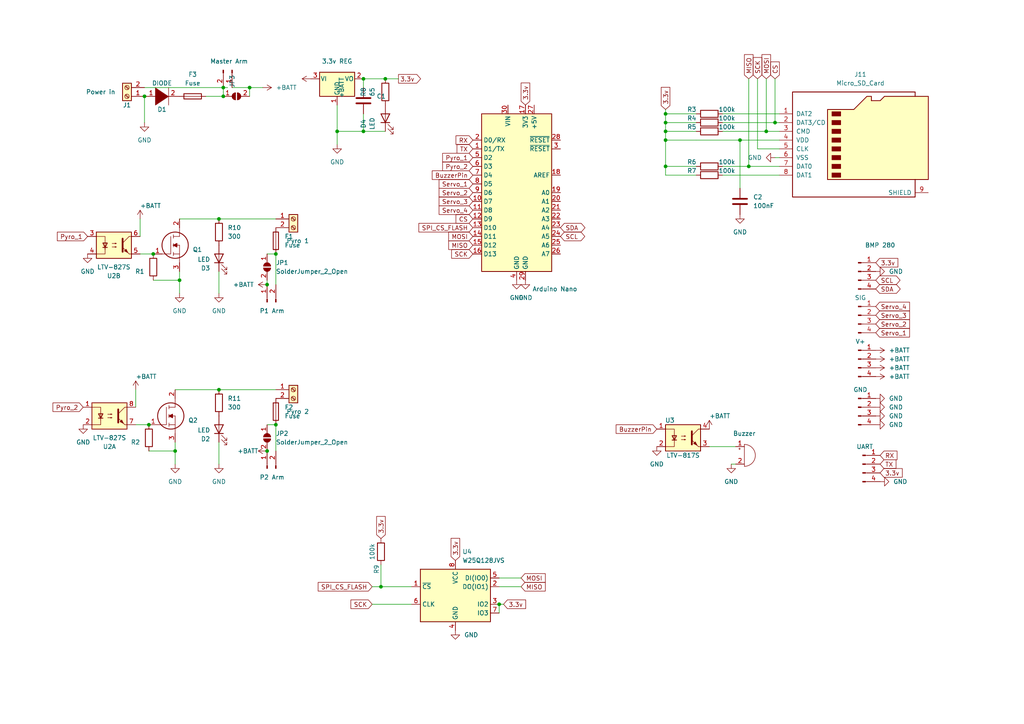
<source format=kicad_sch>
(kicad_sch (version 20211123) (generator eeschema)
  (paper "A4")
  (lib_symbols
    (symbol "Connector:Conn_01x02_Male" (pin_names (offset 1.016) hide)
      (property "Reference" "J" (at 0 2.54 0))
      (property "Value" "Conn_01x02_Male" (at 0 -5.08 0))
      (symbol "Conn_01x02_Male_1_1"
        (polyline (pts (xy 1.27 -2.54) (xy 0.8636 -2.54)) (stroke (width 0.1524)))
        (polyline (pts (xy 1.27 0) (xy 0.8636 0)) (stroke (width 0.1524)))
        (rectangle (start 0.8636 -2.413) (end 0 -2.667) (stroke (width 0.1524)) (fill (type outline)))
        (rectangle (start 0.8636 0.127) (end 0 -0.127) (stroke (width 0.1524)) (fill (type outline)))
        (pin passive line (at 5.08 0 180) (length 3.81) (name "Pin_1") (number "1"))
        (pin passive line (at 5.08 -2.54 180) (length 3.81) (name "Pin_2") (number "2"))
      )
    )
    (symbol "Connector:Conn_01x04_Male" (pin_names (offset 1.016) hide)
      (property "Reference" "J" (at 0 5.08 0))
      (property "Value" "Conn_01x04_Male" (at 0 -7.62 0))
      (symbol "Conn_01x04_Male_1_1"
        (polyline (pts (xy 1.27 -5.08) (xy 0.8636 -5.08)) (stroke (width 0.1524)))
        (polyline (pts (xy 1.27 -2.54) (xy 0.8636 -2.54)) (stroke (width 0.1524)))
        (polyline (pts (xy 1.27 0) (xy 0.8636 0)) (stroke (width 0.1524)))
        (polyline (pts (xy 1.27 2.54) (xy 0.8636 2.54)) (stroke (width 0.1524)))
        (rectangle (start 0.8636 -4.953) (end 0 -5.207) (stroke (width 0.1524)) (fill (type outline)))
        (rectangle (start 0.8636 -2.413) (end 0 -2.667) (stroke (width 0.1524)) (fill (type outline)))
        (rectangle (start 0.8636 0.127) (end 0 -0.127) (stroke (width 0.1524)) (fill (type outline)))
        (rectangle (start 0.8636 2.667) (end 0 2.413) (stroke (width 0.1524)) (fill (type outline)))
        (pin passive line (at 5.08 2.54 180) (length 3.81) (name "Pin_1") (number "1"))
        (pin passive line (at 5.08 0 180) (length 3.81) (name "Pin_2") (number "2"))
        (pin passive line (at 5.08 -2.54 180) (length 3.81) (name "Pin_3") (number "3"))
        (pin passive line (at 5.08 -5.08 180) (length 3.81) (name "Pin_4") (number "4"))
      )
    )
    (symbol "Connector:Micro_SD_Card" (pin_names (offset 1.016))
      (property "Reference" "J" (at -16.51 15.24 0))
      (property "Value" "Micro_SD_Card" (at 16.51 15.24 0))
      (symbol "Micro_SD_Card_0_1"
        (rectangle (start -7.62 -9.525) (end -5.08 -10.795) (fill (type outline)))
        (rectangle (start -7.62 -6.985) (end -5.08 -8.255) (fill (type outline)))
        (rectangle (start -7.62 -4.445) (end -5.08 -5.715) (fill (type outline)))
        (rectangle (start -7.62 -1.905) (end -5.08 -3.175) (fill (type outline)))
        (rectangle (start -7.62 0.635) (end -5.08 -0.635) (fill (type outline)))
        (rectangle (start -7.62 3.175) (end -5.08 1.905) (fill (type outline)))
        (rectangle (start -7.62 5.715) (end -5.08 4.445) (fill (type outline)))
        (rectangle (start -7.62 8.255) (end -5.08 6.985) (fill (type outline)))
        (polyline (pts (xy 16.51 12.7) (xy 16.51 13.97) (xy -19.05 13.97) (xy -19.05 -16.51) (xy 16.51 -16.51) (xy 16.51 -11.43)) (stroke (width 0.254)))
        (polyline (pts (xy -8.89 -11.43) (xy -8.89 8.89) (xy -1.27 8.89) (xy 2.54 12.7) (xy 3.81 12.7) (xy 3.81 11.43) (xy 6.35 11.43) (xy 7.62 12.7) (xy 20.32 12.7) (xy 20.32 -11.43) (xy -8.89 -11.43)) (stroke (width 0.254)) (fill (type background)))
      )
      (symbol "Micro_SD_Card_1_1"
        (pin bidirectional line (at -22.86 7.62 0) (length 3.81) (name "DAT2") (number "1"))
        (pin bidirectional line (at -22.86 5.08 0) (length 3.81) (name "DAT3/CD") (number "2"))
        (pin input line (at -22.86 2.54 0) (length 3.81) (name "CMD") (number "3"))
        (pin power_in line (at -22.86 0 0) (length 3.81) (name "VDD") (number "4"))
        (pin input line (at -22.86 -2.54 0) (length 3.81) (name "CLK") (number "5"))
        (pin power_in line (at -22.86 -5.08 0) (length 3.81) (name "VSS") (number "6"))
        (pin bidirectional line (at -22.86 -7.62 0) (length 3.81) (name "DAT0") (number "7"))
        (pin bidirectional line (at -22.86 -10.16 0) (length 3.81) (name "DAT1") (number "8"))
        (pin passive line (at 20.32 -15.24 180) (length 3.81) (name "SHIELD") (number "9"))
      )
    )
    (symbol "Connector:Screw_Terminal_01x02" (pin_names (offset 1.016) hide)
      (property "Reference" "J" (at 0 2.54 0))
      (property "Value" "Screw_Terminal_01x02" (at 0 -5.08 0))
      (symbol "Screw_Terminal_01x02_1_1"
        (rectangle (start -1.27 1.27) (end 1.27 -3.81) (stroke (width 0.254)) (fill (type background)))
        (circle (center 0 -2.54) (radius 0.635) (stroke (width 0.1524)))
        (polyline (pts (xy -0.5334 -2.2098) (xy 0.3302 -3.048)) (stroke (width 0.1524)))
        (polyline (pts (xy -0.5334 0.3302) (xy 0.3302 -0.508)) (stroke (width 0.1524)))
        (polyline (pts (xy -0.3556 -2.032) (xy 0.508 -2.8702)) (stroke (width 0.1524)))
        (polyline (pts (xy -0.3556 0.508) (xy 0.508 -0.3302)) (stroke (width 0.1524)))
        (circle (center 0 0) (radius 0.635) (stroke (width 0.1524)))
        (pin passive line (at -5.08 0 0) (length 3.81) (name "Pin_1") (number "1"))
        (pin passive line (at -5.08 -2.54 0) (length 3.81) (name "Pin_2") (number "2"))
      )
    )
    (symbol "Device:Buzzer" (pin_names (offset 0.0254) hide)
      (property "Reference" "BZ" (at 3.81 1.27 0))
      (property "Value" "Buzzer" (at 3.81 -1.27 0))
      (symbol "Buzzer_0_1"
        (arc (start 0 -3.175) (mid 3.175 0) (end 0 3.175))
        (polyline (pts (xy -1.651 1.905) (xy -1.143 1.905)))
        (polyline (pts (xy -1.397 2.159) (xy -1.397 1.651)))
        (polyline (pts (xy 0 3.175) (xy 0 -3.175)))
      )
      (symbol "Buzzer_1_1"
        (pin passive line (at -2.54 2.54 0) (length 2.54) (name "-") (number "1"))
        (pin passive line (at -2.54 -2.54 0) (length 2.54) (name "+") (number "2"))
      )
    )
    (symbol "Device:C" (pin_numbers hide) (pin_names (offset 0.254))
      (property "Reference" "C" (at 0.635 2.54 0))
      (property "Value" "C" (at 0.635 -2.54 0))
      (symbol "C_0_1"
        (polyline (pts (xy -2.032 -0.762) (xy 2.032 -0.762)) (stroke (width 0.508)))
        (polyline (pts (xy -2.032 0.762) (xy 2.032 0.762)) (stroke (width 0.508)))
      )
      (symbol "C_1_1"
        (pin passive line (at 0 3.81 270) (length 2.794) (name "~") (number "1"))
        (pin passive line (at 0 -3.81 90) (length 2.794) (name "~") (number "2"))
      )
    )
    (symbol "Device:Fuse" (pin_numbers hide) (pin_names (offset 0))
      (property "Reference" "F" (at 2.032 0 90))
      (property "Value" "Fuse" (at -1.905 0 90))
      (symbol "Fuse_0_1"
        (rectangle (start -0.762 -2.54) (end 0.762 2.54) (stroke (width 0.254)))
        (polyline (pts (xy 0 2.54) (xy 0 -2.54)))
      )
      (symbol "Fuse_1_1"
        (pin passive line (at 0 3.81 270) (length 1.27) (name "~") (number "1"))
        (pin passive line (at 0 -3.81 90) (length 1.27) (name "~") (number "2"))
      )
    )
    (symbol "Device:LED" (pin_numbers hide) (pin_names (offset 1.016) hide)
      (property "Reference" "D" (at 0 2.54 0))
      (property "Value" "LED" (at 0 -2.54 0))
      (symbol "LED_0_1"
        (polyline (pts (xy -1.27 -1.27) (xy -1.27 1.27)) (stroke (width 0.254)))
        (polyline (pts (xy -1.27 0) (xy 1.27 0)))
        (polyline (pts (xy 1.27 -1.27) (xy 1.27 1.27) (xy -1.27 0) (xy 1.27 -1.27)) (stroke (width 0.254)))
        (polyline (pts (xy -3.048 -0.762) (xy -4.572 -2.286) (xy -3.81 -2.286) (xy -4.572 -2.286) (xy -4.572 -1.524)))
        (polyline (pts (xy -1.778 -0.762) (xy -3.302 -2.286) (xy -2.54 -2.286) (xy -3.302 -2.286) (xy -3.302 -1.524)))
      )
      (symbol "LED_1_1"
        (pin passive line (at -3.81 0 0) (length 2.54) (name "K") (number "1"))
        (pin passive line (at 3.81 0 180) (length 2.54) (name "A") (number "2"))
      )
    )
    (symbol "Device:R" (pin_numbers hide) (pin_names (offset 0))
      (property "Reference" "R" (at 2.032 0 90))
      (property "Value" "R" (at 0 0 90))
      (symbol "R_0_1"
        (rectangle (start -1.016 -2.54) (end 1.016 2.54) (stroke (width 0.254)))
      )
      (symbol "R_1_1"
        (pin passive line (at 0 3.81 270) (length 1.27) (name "~") (number "1"))
        (pin passive line (at 0 -3.81 90) (length 1.27) (name "~") (number "2"))
      )
    )
    (symbol "Isolator:LTV-817S" (pin_names (offset 1.016))
      (property "Reference" "U" (at -3.81 5.08 0))
      (property "Value" "LTV-817S" (at 0 -5.08 0))
      (symbol "LTV-817S_1_1"
        (rectangle (start -5.08 3.81) (end 5.08 -3.81) (stroke (width 0.254)) (fill (type background)))
        (polyline (pts (xy -3.175 -0.635) (xy -1.905 -0.635)) (stroke (width 0.254)))
        (polyline (pts (xy 2.54 0.635) (xy 4.445 2.54)))
        (polyline (pts (xy 4.445 -2.54) (xy 2.54 -0.635)) (fill (type outline)))
        (polyline (pts (xy 4.445 -2.54) (xy 5.08 -2.54)))
        (polyline (pts (xy 4.445 2.54) (xy 5.08 2.54)))
        (polyline (pts (xy -5.08 2.54) (xy -2.54 2.54) (xy -2.54 -0.762)))
        (polyline (pts (xy -2.54 -0.635) (xy -2.54 -2.54) (xy -5.08 -2.54)))
        (polyline (pts (xy 2.54 1.905) (xy 2.54 -1.905) (xy 2.54 -1.905)) (stroke (width 0.508)))
        (polyline (pts (xy -2.54 -0.635) (xy -3.175 0.635) (xy -1.905 0.635) (xy -2.54 -0.635)) (stroke (width 0.254)))
        (polyline (pts (xy -0.508 -0.508) (xy 0.762 -0.508) (xy 0.381 -0.635) (xy 0.381 -0.381) (xy 0.762 -0.508)))
        (polyline (pts (xy -0.508 0.508) (xy 0.762 0.508) (xy 0.381 0.381) (xy 0.381 0.635) (xy 0.762 0.508)))
        (polyline (pts (xy 3.048 -1.651) (xy 3.556 -1.143) (xy 4.064 -2.159) (xy 3.048 -1.651) (xy 3.048 -1.651)) (fill (type outline)))
        (pin passive line (at -7.62 2.54 0) (length 2.54) (name "~") (number "1"))
        (pin passive line (at -7.62 -2.54 0) (length 2.54) (name "~") (number "2"))
        (pin passive line (at 7.62 -2.54 180) (length 2.54) (name "~") (number "3"))
        (pin passive line (at 7.62 2.54 180) (length 2.54) (name "~") (number "4"))
      )
    )
    (symbol "Isolator:LTV-827S" (pin_names (offset 1.016))
      (property "Reference" "U" (at -3.81 5.08 0))
      (property "Value" "LTV-827S" (at 0 -5.08 0))
      (symbol "LTV-827S_0_1"
        (rectangle (start -5.08 3.81) (end 5.08 -3.81) (stroke (width 0.254)) (fill (type background)))
        (polyline (pts (xy -3.175 -0.635) (xy -1.905 -0.635)) (stroke (width 0.254)))
        (polyline (pts (xy 2.54 0.635) (xy 4.445 2.54)))
        (polyline (pts (xy 4.445 -2.54) (xy 2.54 -0.635)) (fill (type outline)))
        (polyline (pts (xy 4.445 -2.54) (xy 5.08 -2.54)))
        (polyline (pts (xy 4.445 2.54) (xy 5.08 2.54)))
        (polyline (pts (xy -2.54 -0.635) (xy -2.54 -2.54) (xy -5.08 -2.54)))
        (polyline (pts (xy 2.54 1.905) (xy 2.54 -1.905) (xy 2.54 -1.905)) (stroke (width 0.508)))
        (polyline (pts (xy -5.08 2.54) (xy -2.54 2.54) (xy -2.54 -1.27) (xy -2.54 0.635)))
        (polyline (pts (xy -2.54 -0.635) (xy -3.175 0.635) (xy -1.905 0.635) (xy -2.54 -0.635)) (stroke (width 0.254)))
        (polyline (pts (xy -0.508 -0.508) (xy 0.762 -0.508) (xy 0.381 -0.635) (xy 0.381 -0.381) (xy 0.762 -0.508)))
        (polyline (pts (xy -0.508 0.508) (xy 0.762 0.508) (xy 0.381 0.381) (xy 0.381 0.635) (xy 0.762 0.508)))
        (polyline (pts (xy 3.048 -1.651) (xy 3.556 -1.143) (xy 4.064 -2.159) (xy 3.048 -1.651) (xy 3.048 -1.651)) (fill (type outline)))
      )
      (symbol "LTV-827S_1_1"
        (pin passive line (at -7.62 2.54 0) (length 2.54) (name "~") (number "1"))
        (pin passive line (at -7.62 -2.54 0) (length 2.54) (name "~") (number "2"))
        (pin passive line (at 7.62 -2.54 180) (length 2.54) (name "~") (number "7"))
        (pin passive line (at 7.62 2.54 180) (length 2.54) (name "~") (number "8"))
      )
      (symbol "LTV-827S_2_1"
        (pin passive line (at -7.62 2.54 0) (length 2.54) (name "~") (number "3"))
        (pin passive line (at -7.62 -2.54 0) (length 2.54) (name "~") (number "4"))
        (pin passive line (at 7.62 -2.54 180) (length 2.54) (name "~") (number "5"))
        (pin passive line (at 7.62 2.54 180) (length 2.54) (name "~") (number "6"))
      )
    )
    (symbol "Jumper:SolderJumper_2_Open" (pin_names (offset 0) hide)
      (property "Reference" "JP" (at 0 2.032 0))
      (property "Value" "SolderJumper_2_Open" (at 0 -2.54 0))
      (symbol "SolderJumper_2_Open_0_1"
        (arc (start -0.254 1.016) (mid -1.27 0) (end -0.254 -1.016))
        (arc (start -0.254 1.016) (mid -1.27 0) (end -0.254 -1.016) (fill (type outline)))
        (polyline (pts (xy -0.254 1.016) (xy -0.254 -1.016)))
        (polyline (pts (xy 0.254 1.016) (xy 0.254 -1.016)))
        (arc (start 0.254 -1.016) (mid 1.27 0) (end 0.254 1.016))
        (arc (start 0.254 -1.016) (mid 1.27 0) (end 0.254 1.016) (fill (type outline)))
      )
      (symbol "SolderJumper_2_Open_1_1"
        (pin passive line (at -3.81 0 0) (length 2.54) (name "A") (number "1"))
        (pin passive line (at 3.81 0 180) (length 2.54) (name "B") (number "2"))
      )
    )
    (symbol "MCU_Module:Arduino_Nano_v3.x"
      (property "Reference" "A" (at -10.16 23.495 0))
      (property "Value" "Arduino_Nano_v3.x" (at 5.08 -24.13 0))
      (symbol "Arduino_Nano_v3.x_0_1"
        (rectangle (start -10.16 22.86) (end 10.16 -22.86) (stroke (width 0.254)) (fill (type background)))
      )
      (symbol "Arduino_Nano_v3.x_1_1"
        (pin bidirectional line (at -12.7 12.7 0) (length 2.54) (name "D1/TX") (number "1"))
        (pin bidirectional line (at -12.7 -2.54 0) (length 2.54) (name "D7") (number "10"))
        (pin bidirectional line (at -12.7 -5.08 0) (length 2.54) (name "D8") (number "11"))
        (pin bidirectional line (at -12.7 -7.62 0) (length 2.54) (name "D9") (number "12"))
        (pin bidirectional line (at -12.7 -10.16 0) (length 2.54) (name "D10") (number "13"))
        (pin bidirectional line (at -12.7 -12.7 0) (length 2.54) (name "D11") (number "14"))
        (pin bidirectional line (at -12.7 -15.24 0) (length 2.54) (name "D12") (number "15"))
        (pin bidirectional line (at -12.7 -17.78 0) (length 2.54) (name "D13") (number "16"))
        (pin power_out line (at 2.54 25.4 270) (length 2.54) (name "3V3") (number "17"))
        (pin input line (at 12.7 5.08 180) (length 2.54) (name "AREF") (number "18"))
        (pin bidirectional line (at 12.7 0 180) (length 2.54) (name "A0") (number "19"))
        (pin bidirectional line (at -12.7 15.24 0) (length 2.54) (name "D0/RX") (number "2"))
        (pin bidirectional line (at 12.7 -2.54 180) (length 2.54) (name "A1") (number "20"))
        (pin bidirectional line (at 12.7 -5.08 180) (length 2.54) (name "A2") (number "21"))
        (pin bidirectional line (at 12.7 -7.62 180) (length 2.54) (name "A3") (number "22"))
        (pin bidirectional line (at 12.7 -10.16 180) (length 2.54) (name "A4") (number "23"))
        (pin bidirectional line (at 12.7 -12.7 180) (length 2.54) (name "A5") (number "24"))
        (pin bidirectional line (at 12.7 -15.24 180) (length 2.54) (name "A6") (number "25"))
        (pin bidirectional line (at 12.7 -17.78 180) (length 2.54) (name "A7") (number "26"))
        (pin power_out line (at 5.08 25.4 270) (length 2.54) (name "+5V") (number "27"))
        (pin input line (at 12.7 15.24 180) (length 2.54) (name "~{RESET}") (number "28"))
        (pin power_in line (at 2.54 -25.4 90) (length 2.54) (name "GND") (number "29"))
        (pin input line (at 12.7 12.7 180) (length 2.54) (name "~{RESET}") (number "3"))
        (pin power_in line (at -2.54 25.4 270) (length 2.54) (name "VIN") (number "30"))
        (pin power_in line (at 0 -25.4 90) (length 2.54) (name "GND") (number "4"))
        (pin bidirectional line (at -12.7 10.16 0) (length 2.54) (name "D2") (number "5"))
        (pin bidirectional line (at -12.7 7.62 0) (length 2.54) (name "D3") (number "6"))
        (pin bidirectional line (at -12.7 5.08 0) (length 2.54) (name "D4") (number "7"))
        (pin bidirectional line (at -12.7 2.54 0) (length 2.54) (name "D5") (number "8"))
        (pin bidirectional line (at -12.7 0 0) (length 2.54) (name "D6") (number "9"))
      )
    )
    (symbol "Memory_Flash:W25Q128JVS"
      (property "Reference" "U" (at -8.89 8.89 0))
      (property "Value" "W25Q128JVS" (at 7.62 8.89 0))
      (symbol "W25Q128JVS_0_1"
        (rectangle (start -10.16 7.62) (end 10.16 -7.62) (stroke (width 0.254)) (fill (type background)))
      )
      (symbol "W25Q128JVS_1_1"
        (pin input line (at -12.7 2.54 0) (length 2.54) (name "~{CS}") (number "1"))
        (pin bidirectional line (at 12.7 2.54 180) (length 2.54) (name "DO(IO1)") (number "2"))
        (pin bidirectional line (at 12.7 -2.54 180) (length 2.54) (name "IO2") (number "3"))
        (pin power_in line (at 0 -10.16 90) (length 2.54) (name "GND") (number "4"))
        (pin bidirectional line (at 12.7 5.08 180) (length 2.54) (name "DI(IO0)") (number "5"))
        (pin input line (at -12.7 -2.54 0) (length 2.54) (name "CLK") (number "6"))
        (pin bidirectional line (at 12.7 -5.08 180) (length 2.54) (name "IO3") (number "7"))
        (pin power_in line (at 0 10.16 270) (length 2.54) (name "VCC") (number "8"))
      )
    )
    (symbol "New_Library:IRLR2905TRPBF" (pin_names (offset 0.762))
      (property "Reference" "Q" (at 11.43 3.81 0))
      (property "Value" "IRLR2905TRPBF" (at 11.43 1.27 0))
      (symbol "IRLR2905TRPBF_0_0"
        (pin passive line (at 0 0 0) (length 2.54) (name "~") (number "1"))
        (pin passive line (at 7.62 10.16 270) (length 2.54) (name "~") (number "2"))
        (pin passive line (at 7.62 -5.08 90) (length 2.54) (name "~") (number "3"))
      )
      (symbol "IRLR2905TRPBF_0_1"
        (polyline (pts (xy 5.842 -0.508) (xy 5.842 0.508)) (stroke (width 0.1524)))
        (polyline (pts (xy 5.842 0) (xy 7.62 0)) (stroke (width 0.1524)))
        (polyline (pts (xy 5.842 2.032) (xy 5.842 3.048)) (stroke (width 0.1524)))
        (polyline (pts (xy 5.842 5.588) (xy 5.842 4.572)) (stroke (width 0.1524)))
        (polyline (pts (xy 7.62 2.54) (xy 5.842 2.54)) (stroke (width 0.1524)))
        (polyline (pts (xy 7.62 2.54) (xy 7.62 -2.54)) (stroke (width 0.1524)))
        (polyline (pts (xy 7.62 5.08) (xy 5.842 5.08)) (stroke (width 0.1524)))
        (polyline (pts (xy 7.62 5.08) (xy 7.62 7.62)) (stroke (width 0.1524)))
        (polyline (pts (xy 2.54 0) (xy 5.08 0) (xy 5.08 5.08)) (stroke (width 0.1524)))
        (polyline (pts (xy 5.842 2.54) (xy 6.858 3.048) (xy 6.858 2.032) (xy 5.842 2.54)) (stroke (width 0.254)) (fill (type outline)))
        (circle (center 6.35 2.54) (radius 3.81) (stroke (width 0.254)))
      )
    )
    (symbol "Regulator_Linear:AMS1117-3.3" (pin_names (offset 0.254))
      (property "Reference" "U" (at -3.81 3.175 0))
      (property "Value" "AMS1117-3.3" (at 0 3.175 0))
      (symbol "AMS1117-3.3_0_1"
        (rectangle (start -5.08 -5.08) (end 5.08 1.905) (stroke (width 0.254)) (fill (type background)))
      )
      (symbol "AMS1117-3.3_1_1"
        (pin power_in line (at 0 -7.62 90) (length 2.54) (name "GND") (number "1"))
        (pin power_out line (at 7.62 0 180) (length 2.54) (name "VO") (number "2"))
        (pin power_in line (at -7.62 0 0) (length 2.54) (name "VI") (number "3"))
      )
    )
    (symbol "power:+BATT" (power) (pin_names (offset 0))
      (property "Value" "+BATT" (at 0 3.556 0))
      (symbol "+BATT_0_1"
        (polyline (pts (xy -0.762 1.27) (xy 0 2.54)))
        (polyline (pts (xy 0 0) (xy 0 2.54)))
        (polyline (pts (xy 0 2.54) (xy 0.762 1.27)))
      )
      (symbol "+BATT_1_1"
        (pin power_in line (at 0 0 90) (length 0) hide (name "+BATT") (number "1"))
      )
    )
    (symbol "power:GND" (power) (pin_names (offset 0))
      (property "Value" "GND" (at 0 -3.81 0))
      (symbol "GND_0_1"
        (polyline (pts (xy 0 0) (xy 0 -1.27) (xy 1.27 -1.27) (xy 0 -2.54) (xy -1.27 -1.27) (xy 0 -1.27)))
      )
      (symbol "GND_1_1"
        (pin power_in line (at 0 0 270) (length 0) hide (name "GND") (number "1"))
      )
    )
    (symbol "pspice:DIODE" (pin_names (offset 1.016) hide)
      (property "Reference" "D" (at 0 3.81 0))
      (property "Value" "DIODE" (at 0 -4.445 0))
      (symbol "DIODE_0_1"
        (polyline (pts (xy 1.905 2.54) (xy 1.905 -2.54)))
        (polyline (pts (xy -1.905 2.54) (xy -1.905 -2.54) (xy 1.905 0)) (fill (type outline)))
      )
      (symbol "DIODE_1_1"
        (pin input line (at -5.08 0 0) (length 3.81) (name "K") (number "1"))
        (pin input line (at 5.08 0 180) (length 3.81) (name "A") (number "2"))
      )
    )
  )
  (junction (at 111.76 22.86))
  (junction (at 193.04 38.1))
  (junction (at 64.77 27.94))
  (junction (at 80.01 123.19))
  (junction (at 193.04 40.64))
  (junction (at 193.04 33.02))
  (junction (at 97.79 38.1))
  (junction (at 217.17 48.26))
  (junction (at 63.5 113.03))
  (junction (at 77.47 82.55))
  (junction (at 63.5 63.5))
  (junction (at 72.39 25.4))
  (junction (at 222.25 38.1))
  (junction (at 105.41 38.1))
  (junction (at 144.78 175.26))
  (junction (at 224.79 35.56))
  (junction (at 50.8 130.81))
  (junction (at 80.01 73.66))
  (junction (at 110.49 170.18))
  (junction (at 193.04 48.26))
  (junction (at 52.07 81.28))
  (junction (at 77.47 130.81))
  (junction (at 193.04 35.56))
  (junction (at 44.45 73.66))
  (junction (at 64.77 25.4))
  (junction (at 41.91 27.94))
  (junction (at 43.18 123.19))
  (junction (at 214.63 40.64))
  (junction (at 105.41 22.86))
  (wire (pts (xy 66.04 25.4) (xy 64.77 25.4)))
  (wire (pts (xy 201.8541 40.64) (xy 193.04 40.64)))
  (wire (pts (xy 224.79 45.72) (xy 226.06 45.72)))
  (wire (pts (xy 144.78 170.18) (xy 151.13 170.18)))
  (wire (pts (xy 193.04 35.56) (xy 201.93 35.56)))
  (wire (pts (xy 80.01 73.66) (xy 80.01 82.55)))
  (wire (pts (xy 80.01 130.81) (xy 80.01 123.19)))
  (wire (pts (xy 193.04 50.8) (xy 193.04 48.26)))
  (wire (pts (xy 209.55 35.56) (xy 224.79 35.56)))
  (wire (pts (xy 111.76 22.86) (xy 115.57 22.86)))
  (wire (pts (xy 201.93 33.02) (xy 193.04 33.02)))
  (wire (pts (xy 97.79 38.1) (xy 105.41 38.1)))
  (wire (pts (xy 97.79 38.1) (xy 97.79 41.91)))
  (wire (pts (xy 209.55 38.1) (xy 222.25 38.1)))
  (wire (pts (xy 219.71 43.18) (xy 226.06 43.18)))
  (wire (pts (xy 40.64 68.58) (xy 40.64 63.5)))
  (wire (pts (xy 77.47 81.28) (xy 77.47 82.55)))
  (wire (pts (xy 105.41 22.86) (xy 111.76 22.86)))
  (wire (pts (xy 52.07 85.09) (xy 52.07 81.28)))
  (wire (pts (xy 193.04 40.64) (xy 193.04 48.26)))
  (wire (pts (xy 217.17 22.86) (xy 217.17 48.26)))
  (wire (pts (xy 52.07 81.28) (xy 44.45 81.28)))
  (wire (pts (xy 107.95 175.26) (xy 119.38 175.26)))
  (wire (pts (xy 144.78 175.26) (xy 144.78 177.8)))
  (wire (pts (xy 201.93 50.8) (xy 193.04 50.8)))
  (wire (pts (xy 52.07 63.5) (xy 63.5 63.5)))
  (wire (pts (xy 214.63 40.64) (xy 214.63 54.61)))
  (wire (pts (xy 50.8 134.62) (xy 50.8 130.81)))
  (wire (pts (xy 50.8 130.81) (xy 43.18 130.81)))
  (wire (pts (xy 77.47 123.19) (xy 80.01 123.19)))
  (wire (pts (xy 105.41 38.1) (xy 111.76 38.1)))
  (wire (pts (xy 193.04 33.02) (xy 193.04 31.75)))
  (wire (pts (xy 193.04 38.1) (xy 201.93 38.1)))
  (wire (pts (xy 43.18 123.19) (xy 39.37 123.19)))
  (wire (pts (xy 219.71 22.86) (xy 219.71 43.18)))
  (wire (pts (xy 63.5 128.27) (xy 63.5 134.62)))
  (wire (pts (xy 97.79 30.48) (xy 97.79 38.1)))
  (wire (pts (xy 224.79 35.56) (xy 226.06 35.56)))
  (wire (pts (xy 209.55 50.8) (xy 226.06 50.8)))
  (wire (pts (xy 214.63 40.64) (xy 226.06 40.64)))
  (wire (pts (xy 72.39 25.4) (xy 67.31 25.4)))
  (wire (pts (xy 205.74 129.54) (xy 213.36 129.54)))
  (wire (pts (xy 59.69 27.94) (xy 64.77 27.94)))
  (wire (pts (xy 193.04 38.1) (xy 193.04 35.56)))
  (wire (pts (xy 110.49 170.18) (xy 119.38 170.18)))
  (wire (pts (xy 63.5 63.5) (xy 80.01 63.5)))
  (wire (pts (xy 44.45 73.66) (xy 40.64 73.66)))
  (wire (pts (xy 50.8 130.81) (xy 50.8 128.27)))
  (wire (pts (xy 201.93 40.64) (xy 214.63 40.64)))
  (wire (pts (xy 110.49 163.83) (xy 110.49 170.18)))
  (wire (pts (xy 213.36 134.62) (xy 212.09 134.62)))
  (wire (pts (xy 39.37 118.11) (xy 39.37 113.03)))
  (wire (pts (xy 217.17 48.26) (xy 226.06 48.26)))
  (wire (pts (xy 144.78 175.26) (xy 146.05 175.26)))
  (wire (pts (xy 41.91 25.4) (xy 64.77 25.4)))
  (wire (pts (xy 209.55 48.26) (xy 217.17 48.26)))
  (wire (pts (xy 193.04 35.56) (xy 193.04 33.02)))
  (wire (pts (xy 193.04 40.64) (xy 193.04 38.1)))
  (wire (pts (xy 52.07 81.28) (xy 52.07 78.74)))
  (wire (pts (xy 50.8 113.03) (xy 63.5 113.03)))
  (wire (pts (xy 77.47 73.66) (xy 80.01 73.66)))
  (wire (pts (xy 72.39 25.4) (xy 72.39 27.94)))
  (wire (pts (xy 105.41 25.4) (xy 105.41 22.86)))
  (wire (pts (xy 63.5 78.74) (xy 63.5 85.09)))
  (wire (pts (xy 107.95 170.18) (xy 110.49 170.18)))
  (wire (pts (xy 41.91 35.56) (xy 41.91 27.94)))
  (wire (pts (xy 193.04 48.26) (xy 201.93 48.26)))
  (wire (pts (xy 222.25 22.86) (xy 222.25 38.1)))
  (wire (pts (xy 224.79 22.86) (xy 224.79 35.56)))
  (wire (pts (xy 144.78 167.64) (xy 151.13 167.64)))
  (wire (pts (xy 105.41 33.02) (xy 105.41 38.1)))
  (wire (pts (xy 63.5 113.03) (xy 80.01 113.03)))
  (wire (pts (xy 209.55 33.02) (xy 226.06 33.02)))
  (wire (pts (xy 64.77 25.4) (xy 64.77 27.94)))
  (wire (pts (xy 222.25 38.1) (xy 226.06 38.1)))
  (wire (pts (xy 76.2 25.4) (xy 72.39 25.4)))
  (global_label "SCK" (shape input) (at 137.16 73.66 180) (property "Intersheet References" "${INTERSHEET_REFS}" (effects hide)))
  (global_label "TX" (shape input) (at 255.27 134.62 0) (property "Intersheet References" "${INTERSHEET_REFS}" (effects hide)))
  (global_label "MISO" (shape input) (at 217.17 22.86 90) (property "Intersheet References" "${INTERSHEET_REFS}" (effects hide)))
  (global_label "MOSI" (shape input) (at 151.13 167.64 0) (property "Intersheet References" "${INTERSHEET_REFS}" (effects hide)))
  (global_label "SCK" (shape input) (at 107.95 175.26 180) (property "Intersheet References" "${INTERSHEET_REFS}" (effects hide)))
  (global_label "SCL" (shape bidirectional) (at 162.56 68.58 0) (property "Intersheet References" "${INTERSHEET_REFS}" (effects hide)))
  (global_label "BuzzerPin" (shape input) (at 137.16 50.8 180) (property "Intersheet References" "${INTERSHEET_REFS}" (effects hide)))
  (global_label "SPI_CS_FLASH" (shape input) (at 137.16 66.04 180) (property "Intersheet References" "${INTERSHEET_REFS}" (effects hide)))
  (global_label "Servo_3" (shape input) (at 137.16 58.42 180) (property "Intersheet References" "${INTERSHEET_REFS}" (effects hide)))
  (global_label "3.3v" (shape input) (at 132.08 162.56 90) (property "Intersheet References" "${INTERSHEET_REFS}" (effects hide)))
  (global_label "Servo_3" (shape input) (at 254 91.44 0) (property "Intersheet References" "${INTERSHEET_REFS}" (effects hide)))
  (global_label "SCK" (shape input) (at 219.71 22.86 90) (property "Intersheet References" "${INTERSHEET_REFS}" (effects hide)))
  (global_label "Servo_1" (shape input) (at 137.16 53.34 180) (property "Intersheet References" "${INTERSHEET_REFS}" (effects hide)))
  (global_label "MISO" (shape input) (at 151.13 170.18 0) (property "Intersheet References" "${INTERSHEET_REFS}" (effects hide)))
  (global_label "Servo_2" (shape input) (at 254 93.98 0) (property "Intersheet References" "${INTERSHEET_REFS}" (effects hide)))
  (global_label "Pyro_1" (shape input) (at 25.4 68.58 180) (property "Intersheet References" "${INTERSHEET_REFS}" (effects hide)))
  (global_label "Servo_4" (shape input) (at 137.16 60.96 180) (property "Intersheet References" "${INTERSHEET_REFS}" (effects hide)))
  (global_label "SDA" (shape bidirectional) (at 162.56 66.04 0) (property "Intersheet References" "${INTERSHEET_REFS}" (effects hide)))
  (global_label "RX" (shape input) (at 255.27 132.08 0) (property "Intersheet References" "${INTERSHEET_REFS}" (effects hide)))
  (global_label "3.3v" (shape input) (at 193.04 31.75 90) (property "Intersheet References" "${INTERSHEET_REFS}" (effects hide)))
  (global_label "3.3v" (shape input) (at 255.27 137.16 0) (property "Intersheet References" "${INTERSHEET_REFS}" (effects hide)))
  (global_label "BuzzerPin" (shape input) (at 190.5 124.46 180) (property "Intersheet References" "${INTERSHEET_REFS}" (effects hide)))
  (global_label "SCL" (shape bidirectional) (at 254 81.28 0) (property "Intersheet References" "${INTERSHEET_REFS}" (effects hide)))
  (global_label "CS" (shape input) (at 137.16 63.5 180) (property "Intersheet References" "${INTERSHEET_REFS}" (effects hide)))
  (global_label "Servo_1" (shape input) (at 254 96.52 0) (property "Intersheet References" "${INTERSHEET_REFS}" (effects hide)))
  (global_label "3.3v" (shape input) (at 254 76.2 0) (property "Intersheet References" "${INTERSHEET_REFS}" (effects hide)))
  (global_label "SPI_CS_FLASH" (shape input) (at 107.95 170.18 180) (property "Intersheet References" "${INTERSHEET_REFS}" (effects hide)))
  (global_label "RX" (shape input) (at 137.16 40.64 180) (property "Intersheet References" "${INTERSHEET_REFS}" (effects hide)))
  (global_label "Pyro_2" (shape input) (at 24.13 118.11 180) (property "Intersheet References" "${INTERSHEET_REFS}" (effects hide)))
  (global_label "SDA" (shape bidirectional) (at 254 83.82 0) (property "Intersheet References" "${INTERSHEET_REFS}" (effects hide)))
  (global_label "Servo_2" (shape input) (at 137.16 55.88 180) (property "Intersheet References" "${INTERSHEET_REFS}" (effects hide)))
  (global_label "MOSI" (shape input) (at 222.25 22.86 90) (property "Intersheet References" "${INTERSHEET_REFS}" (effects hide)))
  (global_label "CS" (shape input) (at 224.79 22.86 90) (property "Intersheet References" "${INTERSHEET_REFS}" (effects hide)))
  (global_label "Pyro_1" (shape input) (at 137.16 45.72 180) (property "Intersheet References" "${INTERSHEET_REFS}" (effects hide)))
  (global_label "3.3v" (shape input) (at 146.05 175.26 0) (property "Intersheet References" "${INTERSHEET_REFS}" (effects hide)))
  (global_label "3.3v" (shape input) (at 152.4 30.48 90) (property "Intersheet References" "${INTERSHEET_REFS}" (effects hide)))
  (global_label "Pyro_2" (shape input) (at 137.16 48.26 180) (property "Intersheet References" "${INTERSHEET_REFS}" (effects hide)))
  (global_label "TX" (shape input) (at 137.16 43.18 180) (property "Intersheet References" "${INTERSHEET_REFS}" (effects hide)))
  (global_label "3.3v" (shape output) (at 115.57 22.86 0) (property "Intersheet References" "${INTERSHEET_REFS}" (effects hide)))
  (global_label "MOSI" (shape input) (at 137.16 68.58 180) (property "Intersheet References" "${INTERSHEET_REFS}" (effects hide)))
  (global_label "MISO" (shape input) (at 137.16 71.12 180) (property "Intersheet References" "${INTERSHEET_REFS}" (effects hide)))
  (global_label "3.3v" (shape input) (at 110.49 156.21 90) (property "Intersheet References" "${INTERSHEET_REFS}" (effects hide)))
  (global_label "Servo_4" (shape input) (at 254 88.9 0) (property "Intersheet References" "${INTERSHEET_REFS}" (effects hide)))
  (symbol (lib_id "power:GND") (at 24.13 123.19 0) (unit 1)
    (property "Reference" "#PWR0121" (effects hide))
    (property "Value" "GND" (at 24.13 128.27 0))
  )
  (symbol (lib_id "Device:Fuse") (at 80.01 69.85 0) (unit 1)
    (property "Reference" "F1" (at 82.55 68.5799 0) (effects (justify left)))
    (property "Value" "Fuse" (at 82.55 71.1199 0) (effects (justify left)))
    (property "Footprint" "Fuse:Fuse_1206_3216Metric" (effects hide))
  )
  (symbol (lib_id "Device:R") (at 44.45 77.47 180) (unit 1)
    (property "Reference" "R1" (at 41.91 78.7401 0) (effects (justify left)))
    (property "Value" "10k" (effects hide))
    (property "Footprint" "Resistor_SMD:R_1210_3225Metric" (effects hide))
  )
  (symbol (lib_id "Device:LED") (at 63.5 74.93 90) (unit 1)
    (property "Reference" "D3" (at 60.96 77.7876 90) (effects (justify left)))
    (property "Value" "LED" (at 60.96 75.2476 90) (effects (justify left)))
    (property "Footprint" "LED_SMD:LED_PLCC-2" (effects hide))
  )
  (symbol (lib_id "Jumper:SolderJumper_2_Open") (at 77.47 77.47 270) (unit 1)
    (property "Reference" "JP1" (at 80.01 76.1999 90) (effects (justify left)))
    (property "Value" "SolderJumper_2_Open" (at 80.01 78.7399 90) (effects (justify left)))
    (property "Footprint" "Jumper:SolderJumper-2_P1.3mm_Open_Pad1.0x1.5mm" (effects hide))
  )
  (symbol (lib_id "power:+BATT") (at 40.64 63.5 0) (unit 1)
    (property "Reference" "#PWR0128" (effects hide))
    (property "Value" "+BATT" (at 40.64 59.69 0) (effects (justify left)))
  )
  (symbol (lib_id "Device:R") (at 205.74 48.26 270) (unit 1)
    (property "Reference" "R6" (at 200.66 46.99 90))
    (property "Value" "100k" (at 210.82 46.99 90))
    (property "Footprint" "Resistor_SMD:R_1210_3225Metric" (effects hide))
  )
  (symbol (lib_id "power:GND") (at 254 120.65 90) (unit 1)
    (property "Reference" "#PWR0119" (effects hide))
    (property "Value" "GND" (at 257.81 120.6499 90) (effects (justify right)))
  )
  (symbol (lib_id "Connector:Conn_01x02_Male") (at 67.31 20.32 270) (unit 1)
    (property "Reference" "J8" (effects hide))
    (property "Value" "Master Arm" (at 60.96 17.78 90) (effects (justify left)))
    (property "Footprint" "Connector_PinHeader_2.54mm:PinHeader_1x02_P2.54mm_Vertical" (effects hide))
  )
  (symbol (lib_id "power:+BATT") (at 254 101.6 270) (unit 1)
    (property "Reference" "#PWR0113" (effects hide))
    (property "Value" "+BATT" (at 257.81 101.5999 90) (effects (justify left)))
  )
  (symbol (lib_id "power:GND") (at 254 78.74 90) (unit 1)
    (property "Reference" "#PWR0101" (effects hide))
    (property "Value" "GND" (at 257.81 78.7399 90) (effects (justify right)))
  )
  (symbol (lib_id "power:GND") (at 254 118.11 90) (unit 1)
    (property "Reference" "#PWR0118" (effects hide))
    (property "Value" "GND" (at 257.81 118.1099 90) (effects (justify right)))
  )
  (symbol (lib_id "power:+BATT") (at 77.47 130.81 90) (unit 1)
    (property "Reference" "#PWR0108" (effects hide))
    (property "Value" "+BATT" (at 74.93 130.81 90) (effects (justify left)))
  )
  (symbol (lib_id "Isolator:LTV-817S") (at 198.12 127 0) (unit 1)
    (property "Reference" "U3" (at 194.31 121.92 0))
    (property "Value" "LTV-817S" (at 198.12 132.08 0))
    (property "Footprint" "Package_DIP:SMDIP-4_W9.53mm" (effects hide))
    (property "Datasheet" "http://www.us.liteon.com/downloads/LTV-817-827-847.PDF" (effects hide))
  )
  (symbol (lib_id "Device:R") (at 43.18 127 180) (unit 1)
    (property "Reference" "R2" (at 40.64 128.2701 0) (effects (justify left)))
    (property "Value" "10k" (effects hide))
    (property "Footprint" "Resistor_SMD:R_1210_3225Metric" (effects hide))
  )
  (symbol (lib_id "Memory_Flash:W25Q128JVS") (at 132.08 172.72 0) (unit 1)
    (property "Reference" "U4" (at 134.0994 160.02 0) (effects (justify left)))
    (property "Value" "W25Q128JVS" (at 134.0994 162.56 0) (effects (justify left)))
    (property "Footprint" "KP-PTR_lib:SON127P500X600X80-9N" (effects hide))
    (property "Datasheet" "http://www.winbond.com/resource-files/w25q128jv_dtr%20revc%2003272018%20plus.pdf" (effects hide))
  )
  (symbol (lib_id "power:GND") (at 97.79 41.91 0) (unit 1)
    (property "Reference" "#PWR0105" (effects hide))
    (property "Value" "GND" (at 97.79 46.99 0))
  )
  (symbol (lib_id "Connector:Conn_01x04_Male") (at 248.92 104.14 0) (unit 1)
    (property "Reference" "J6" (effects hide))
    (property "Value" "V+" (at 249.555 99.06 0))
    (property "Footprint" "Connector_PinHeader_2.54mm:PinHeader_1x04_P2.54mm_Vertical" (effects hide))
  )
  (symbol (lib_id "Device:R") (at 205.74 33.02 270) (unit 1)
    (property "Reference" "R3" (at 200.66 31.75 90))
    (property "Value" "100k" (at 210.82 31.75 90))
    (property "Footprint" "Resistor_SMD:R_1210_3225Metric" (effects hide))
  )
  (symbol (lib_id "power:+BATT") (at 90.17 22.86 90) (unit 1)
    (property "Reference" "#PWR0106" (effects hide))
    (property "Value" "+BATT" (at 99.06 25.4 0))
  )
  (symbol (lib_id "power:GND") (at 212.09 134.62 0) (unit 1)
    (property "Reference" "#PWR0112" (effects hide))
    (property "Value" "GND" (at 212.09 139.7 0))
  )
  (symbol (lib_id "Device:C") (at 105.41 29.21 0) (unit 1)
    (property "Reference" "C1" (at 109.22 27.9399 0) (effects (justify left)))
    (property "Value" "100nf" (effects hide))
    (property "Footprint" "Capacitor_SMD:C_1210_3225Metric" (effects hide))
  )
  (symbol (lib_id "Device:C") (at 214.63 58.42 0) (unit 1)
    (property "Reference" "C2" (at 218.44 57.1499 0) (effects (justify left)))
    (property "Value" "100nF" (at 218.44 59.6899 0) (effects (justify left)))
    (property "Footprint" "Capacitor_SMD:C_1210_3225Metric" (effects hide))
  )
  (symbol (lib_id "power:+BATT") (at 39.37 113.03 0) (unit 1)
    (property "Reference" "#PWR0129" (effects hide))
    (property "Value" "+BATT" (at 39.37 109.22 0) (effects (justify left)))
  )
  (symbol (lib_id "power:GND") (at 254 123.19 90) (unit 1)
    (property "Reference" "#PWR0120" (effects hide))
    (property "Value" "GND" (at 257.81 123.1899 90) (effects (justify right)))
  )
  (symbol (lib_id "power:GND") (at 254 115.57 90) (unit 1)
    (property "Reference" "#PWR0117" (effects hide))
    (property "Value" "GND" (at 257.81 115.5699 90) (effects (justify right)))
  )
  (symbol (lib_id "power:+BATT") (at 76.2 25.4 270) (unit 1)
    (property "Reference" "#PWR0104" (effects hide))
    (property "Value" "+BATT" (at 80.01 25.3999 90) (effects (justify left)))
  )
  (symbol (lib_id "Device:R") (at 205.74 50.8 270) (unit 1)
    (property "Reference" "R7" (at 200.66 49.53 90))
    (property "Value" "100k" (at 210.82 49.53 90))
    (property "Footprint" "Resistor_SMD:R_1210_3225Metric" (effects hide))
  )
  (symbol (lib_id "power:GND") (at 25.4 73.66 0) (unit 1)
    (property "Reference" "#PWR0122" (effects hide))
    (property "Value" "GND" (at 25.4 78.74 0))
  )
  (symbol (lib_id "Connector:Screw_Terminal_01x02") (at 85.09 113.03 0) (unit 1)
    (property "Reference" "J4" (effects hide))
    (property "Value" "Pyro 2" (at 86.36 119.38 0))
    (property "Footprint" "TerminalBlock_4Ucon:TerminalBlock_4Ucon_1x02_P3.50mm_Vertical" (effects hide))
  )
  (symbol (lib_id "Connector:Conn_01x04_Male") (at 250.19 134.62 0) (unit 1)
    (property "Reference" "J12" (effects hide))
    (property "Value" "UART" (at 250.825 129.54 0))
    (property "Footprint" "Connector_JST:JST_EH_B4B-EH-A_1x04_P2.50mm_Vertical" (effects hide))
  )
  (symbol (lib_id "power:GND") (at 50.8 134.62 0) (unit 1)
    (property "Reference" "#PWR0110" (effects hide))
    (property "Value" "GND" (at 50.8 139.7 0))
  )
  (symbol (lib_id "Connector:Conn_01x04_Male") (at 248.92 91.44 0) (unit 1)
    (property "Reference" "J5" (effects hide))
    (property "Value" "SIG" (at 249.555 86.36 0))
    (property "Footprint" "Connector_PinHeader_2.54mm:PinHeader_1x04_P2.54mm_Vertical" (effects hide))
  )
  (symbol (lib_id "Device:LED") (at 111.76 34.29 90) (unit 1)
    (property "Reference" "D4" (at 105.41 35.8775 0))
    (property "Value" "LED" (at 107.95 35.8775 0))
    (property "Footprint" "LED_SMD:LED_PLCC-2" (effects hide))
  )
  (symbol (lib_id "Connector:Micro_SD_Card") (at 248.92 40.64 0) (unit 1)
    (property "Reference" "J11" (at 249.555 21.59 0))
    (property "Value" "Micro_SD_Card" (at 249.555 24.13 0))
    (property "Footprint" "Connector_Card:microSD_HC_Hirose_DM3D-SF" (effects hide))
    (property "Datasheet" "http://katalog.we-online.de/em/datasheet/693072010801.pdf" (effects hide))
  )
  (symbol (lib_id "Device:R") (at 110.49 160.02 0) (unit 1)
    (property "Reference" "R9" (at 109.22 165.1 90))
    (property "Value" "100k" (at 107.95 160.02 90))
    (property "Footprint" "Resistor_SMD:R_1210_3225Metric" (effects hide))
  )
  (symbol (lib_id "Connector:Screw_Terminal_01x02") (at 36.83 27.94 180) (unit 1)
    (property "Reference" "J1" (at 36.83 30.48 0))
    (property "Value" "Power in" (at 29.21 26.67 0))
    (property "Footprint" "TerminalBlock_4Ucon:TerminalBlock_4Ucon_1x02_P3.50mm_Vertical" (effects hide))
  )
  (symbol (lib_id "Device:Fuse") (at 55.88 27.94 270) (unit 1)
    (property "Reference" "F3" (at 55.88 21.59 90))
    (property "Value" "Fuse" (at 55.88 24.13 90))
    (property "Footprint" "Fuse:Fuse_1206_3216Metric" (effects hide))
  )
  (symbol (lib_id "Connector:Conn_01x02_Male") (at 77.47 135.89 90) (unit 1)
    (property "Reference" "J10" (effects hide))
    (property "Value" "P2 Arm" (at 82.55 138.43 90) (effects (justify left)))
    (property "Footprint" "Connector_PinHeader_2.54mm:PinHeader_1x02_P2.54mm_Vertical" (effects hide))
  )
  (symbol (lib_id "power:+BATT") (at 205.74 124.46 0) (unit 1)
    (property "Reference" "#PWR0127" (effects hide))
    (property "Value" "+BATT" (at 205.74 120.65 0) (effects (justify left)))
  )
  (symbol (lib_id "Device:R") (at 63.5 116.84 0) (unit 1)
    (property "Reference" "R11" (at 66.04 115.5699 0) (effects (justify left)))
    (property "Value" "300" (at 66.04 118.1099 0) (effects (justify left)))
    (property "Footprint" "Resistor_SMD:R_1210_3225Metric" (effects hide))
  )
  (symbol (lib_id "pspice:DIODE") (at 46.99 27.94 0) (unit 1)
    (property "Reference" "D1" (at 46.99 31.75 0))
    (property "Value" "DIODE" (at 46.99 24.13 0))
    (property "Footprint" "Diode_SMD:D_1210_3225Metric" (effects hide))
  )
  (symbol (lib_id "Device:R") (at 111.76 26.67 180) (unit 1)
    (property "Reference" "R8" (at 105.41 26.67 90))
    (property "Value" "65" (at 107.95 26.67 90))
    (property "Footprint" "LED_SMD:LED_1210_3225Metric" (effects hide))
  )
  (symbol (lib_id "Regulator_Linear:AMS1117-3.3") (at 97.79 22.86 0) (unit 1)
    (property "Reference" "U1" (effects hide))
    (property "Value" "3.3v REG" (at 97.79 17.78 0))
    (property "Footprint" "Package_TO_SOT_SMD:SOT-223-3_TabPin2" (effects hide))
    (property "Datasheet" "http://www.advanced-monolithic.com/pdf/ds1117.pdf" (effects hide))
  )
  (symbol (lib_id "Isolator:LTV-827S") (at 31.75 120.65 0) (unit 1)
    (property "Reference" "U2" (at 31.75 129.54 0))
    (property "Value" "LTV-827S" (at 31.75 127 0))
    (property "Footprint" "Package_DIP:SMDIP-8_W9.53mm" (effects hide))
    (property "Datasheet" "http://www.us.liteon.com/downloads/LTV-817-827-847.PDF" (effects hide))
  )
  (symbol (lib_id "Device:R") (at 205.74 35.56 270) (unit 1)
    (property "Reference" "R4" (at 200.66 34.29 90))
    (property "Value" "100k" (at 210.82 34.29 90))
    (property "Footprint" "Resistor_SMD:R_1210_3225Metric" (effects hide))
  )
  (symbol (lib_id "Device:R") (at 63.5 67.31 0) (unit 1)
    (property "Reference" "R10" (at 66.04 66.0399 0) (effects (justify left)))
    (property "Value" "300" (at 66.04 68.5799 0) (effects (justify left)))
    (property "Footprint" "Resistor_SMD:R_1210_3225Metric" (effects hide))
  )
  (symbol (lib_id "Device:Fuse") (at 80.01 119.38 0) (unit 1)
    (property "Reference" "F2" (at 82.55 118.1099 0) (effects (justify left)))
    (property "Value" "Fuse" (at 82.55 120.6499 0) (effects (justify left)))
    (property "Footprint" "Fuse:Fuse_1206_3216Metric" (effects hide))
  )
  (symbol (lib_id "Device:Buzzer") (at 215.9 132.08 0) (unit 1)
    (property "Reference" "BZ1" (effects hide))
    (property "Value" "Buzzer" (at 215.9 125.73 0))
    (property "Footprint" "Buzzer_Beeper:Buzzer_CUI_CPT-9019S-SMT" (effects hide))
  )
  (symbol (lib_id "power:GND") (at 63.5 85.09 0) (unit 1)
    (property "Reference" "#PWR01" (effects hide))
    (property "Value" "GND" (at 63.5 90.17 0))
  )
  (symbol (lib_id "Connector:Conn_01x04_Male") (at 248.92 78.74 0) (unit 1)
    (property "Reference" "J3" (effects hide))
    (property "Value" "BMP 280" (at 255.27 71.12 0))
    (property "Footprint" "Connector_PinHeader_2.54mm:PinHeader_1x04_P2.54mm_Vertical" (effects hide))
  )
  (symbol (lib_id "power:GND") (at 190.5 129.54 0) (unit 1)
    (property "Reference" "#PWR0126" (effects hide))
    (property "Value" "GND" (at 190.5 134.62 0))
  )
  (symbol (lib_id "power:GND") (at 132.08 182.88 0) (unit 1)
    (property "Reference" "#PWR0131" (effects hide))
    (property "Value" "GND" (at 134.62 184.1499 0) (effects (justify left)))
  )
  (symbol (lib_id "New_Library:IRLR2905TRPBF") (at 43.18 123.19 0) (unit 1)
    (property "Reference" "Q2" (at 54.61 121.9201 0) (effects (justify left)))
    (property "Value" "IRLR2905TRPBF" (effects hide))
    (property "Footprint" "Package_TO_SOT_SMD:TO-252-2" (effects hide))
    (property "Datasheet" "https://www.infineon.com/dgdl/irlr2905pbf.pdf?fileId=5546d462533600a40153566cc2bb2679" (effects hide))
    (property "Description" "INFINEON - IRLR2905TRPBF - Power MOSFET, N Channel, 55 V, 42 A, 0.027 ohm, TO-252AA, Surface Mount" (effects hide))
    (property "Height" "2.39" (effects hide))
    (property "Manufacturer_Name" "Infineon" (effects hide))
    (property "Manufacturer_Part_Number" "IRLR2905TRPBF" (effects hide))
    (property "Mouser Part Number" "942-IRLR2905TRPBF" (effects hide))
    (property "Mouser Price/Stock" "https://www.mouser.co.uk/ProductDetail/Infineon-IR/IRLR2905TRPBF?qs=nrWyqPbesnVkTkbbGee3hw%3D%3D" (effects hide))
    (property "Arrow Part Number" "IRLR2905TRPBF" (effects hide))
    (property "Arrow Price/Stock" "https://www.arrow.com/en/products/irlr2905trpbf/infineon-technologies-ag" (effects hide))
  )
  (symbol (lib_id "Jumper:SolderJumper_2_Open") (at 77.47 127 270) (unit 1)
    (property "Reference" "JP2" (at 80.01 125.7299 90) (effects (justify left)))
    (property "Value" "SolderJumper_2_Open" (at 80.01 128.2699 90) (effects (justify left)))
    (property "Footprint" "Jumper:SolderJumper-2_P1.3mm_Open_Pad1.0x1.5mm" (effects hide))
  )
  (symbol (lib_id "power:GND") (at 149.86 81.28 0) (unit 1)
    (property "Reference" "#PWR0103" (effects hide))
    (property "Value" "GND" (at 149.86 86.36 0))
  )
  (symbol (lib_id "power:+BATT") (at 254 106.68 270) (unit 1)
    (property "Reference" "#PWR0115" (effects hide))
    (property "Value" "+BATT" (at 257.81 106.6799 90) (effects (justify left)))
  )
  (symbol (lib_id "Connector:Screw_Terminal_01x02") (at 85.09 63.5 0) (unit 1)
    (property "Reference" "J2" (effects hide))
    (property "Value" "Pyro 1" (at 86.36 69.85 0))
    (property "Footprint" "TerminalBlock_4Ucon:TerminalBlock_4Ucon_1x02_P3.50mm_Vertical" (effects hide))
  )
  (symbol (lib_id "Isolator:LTV-827S") (at 33.02 71.12 0) (unit 2)
    (property "Reference" "U2" (at 33.02 80.01 0))
    (property "Value" "LTV-827S" (at 33.02 77.47 0))
    (property "Footprint" "Package_DIP:SMDIP-8_W9.53mm" (effects hide))
    (property "Datasheet" "http://www.us.liteon.com/downloads/LTV-817-827-847.PDF" (effects hide))
  )
  (symbol (lib_id "Jumper:SolderJumper_2_Open") (at 68.58 27.94 0) (unit 1)
    (property "Reference" "JP3" (at 67.3099 25.4 90) (effects (justify left)))
    (property "Value" "SolderJumper_2_Open" (effects hide))
    (property "Footprint" "Jumper:SolderJumper-2_P1.3mm_Open_Pad1.0x1.5mm" (effects hide))
  )
  (symbol (lib_id "power:GND") (at 152.4 81.28 0) (unit 1)
    (property "Reference" "#PWR0102" (effects hide))
    (property "Value" "GND" (at 152.4 86.36 0))
  )
  (symbol (lib_id "Connector:Conn_01x04_Male") (at 248.92 118.11 0) (unit 1)
    (property "Reference" "J7" (effects hide))
    (property "Value" "GND" (at 249.555 113.03 0))
    (property "Footprint" "Connector_PinHeader_2.54mm:PinHeader_1x04_P2.54mm_Vertical" (effects hide))
  )
  (symbol (lib_id "power:GND") (at 214.63 62.23 0) (unit 1)
    (property "Reference" "#PWR0124" (effects hide))
    (property "Value" "GND" (at 214.63 67.31 0))
  )
  (symbol (lib_id "power:+BATT") (at 254 109.22 270) (unit 1)
    (property "Reference" "#PWR0116" (effects hide))
    (property "Value" "+BATT" (at 257.81 109.2199 90) (effects (justify left)))
  )
  (symbol (lib_id "power:GND") (at 52.07 85.09 0) (unit 1)
    (property "Reference" "#PWR0109" (effects hide))
    (property "Value" "GND" (at 52.07 90.17 0))
  )
  (symbol (lib_id "MCU_Module:Arduino_Nano_v3.x") (at 149.86 55.88 0) (unit 1)
    (property "Reference" "A1" (effects hide))
    (property "Value" "Arduino Nano" (at 154.4194 83.82 0) (effects (justify left)))
    (property "Footprint" "Module:Arduino_Nano" (effects hide))
    (property "Datasheet" "http://www.mouser.com/pdfdocs/Gravitech_Arduino_Nano3_0.pdf" (effects hide))
  )
  (symbol (lib_id "Device:LED") (at 63.5 124.46 90) (unit 1)
    (property "Reference" "D2" (at 60.96 127.3176 90) (effects (justify left)))
    (property "Value" "LED" (at 60.96 124.7776 90) (effects (justify left)))
    (property "Footprint" "LED_SMD:LED_PLCC-2" (effects hide))
  )
  (symbol (lib_id "power:+BATT") (at 77.47 82.55 90) (unit 1)
    (property "Reference" "#PWR0111" (effects hide))
    (property "Value" "+BATT" (at 73.66 82.55 90) (effects (justify left)))
  )
  (symbol (lib_id "power:GND") (at 224.79 45.72 270) (unit 1)
    (property "Reference" "#PWR0125" (effects hide))
    (property "Value" "GND" (at 220.98 45.7199 90) (effects (justify right)))
  )
  (symbol (lib_id "power:+BATT") (at 254 104.14 270) (unit 1)
    (property "Reference" "#PWR0114" (effects hide))
    (property "Value" "+BATT" (at 257.81 104.1399 90) (effects (justify left)))
  )
  (symbol (lib_id "power:GND") (at 255.27 139.7 90) (unit 1)
    (property "Reference" "#PWR0130" (effects hide))
    (property "Value" "GND" (at 259.08 139.6999 90) (effects (justify right)))
  )
  (symbol (lib_id "power:GND") (at 41.91 35.56 0) (unit 1)
    (property "Reference" "#PWR0107" (effects hide))
    (property "Value" "GND" (at 41.91 40.64 0))
  )
  (symbol (lib_id "Device:R") (at 205.74 38.1 270) (unit 1)
    (property "Reference" "R5" (at 200.66 36.83 90))
    (property "Value" "100k" (at 210.82 36.83 90))
    (property "Footprint" "Resistor_SMD:R_1210_3225Metric" (effects hide))
  )
  (symbol (lib_id "New_Library:IRLR2905TRPBF") (at 44.45 73.66 0) (unit 1)
    (property "Reference" "Q1" (at 55.88 72.3901 0) (effects (justify left)))
    (property "Value" "IRLR2905TRPBF" (effects hide))
    (property "Footprint" "Package_TO_SOT_SMD:TO-252-2" (effects hide))
    (property "Datasheet" "https://www.infineon.com/dgdl/irlr2905pbf.pdf?fileId=5546d462533600a40153566cc2bb2679" (effects hide))
    (property "Description" "INFINEON - IRLR2905TRPBF - Power MOSFET, N Channel, 55 V, 42 A, 0.027 ohm, TO-252AA, Surface Mount" (effects hide))
    (property "Height" "2.39" (effects hide))
    (property "Manufacturer_Name" "Infineon" (effects hide))
    (property "Manufacturer_Part_Number" "IRLR2905TRPBF" (effects hide))
    (property "Mouser Part Number" "942-IRLR2905TRPBF" (effects hide))
    (property "Mouser Price/Stock" "https://www.mouser.co.uk/ProductDetail/Infineon-IR/IRLR2905TRPBF?qs=nrWyqPbesnVkTkbbGee3hw%3D%3D" (effects hide))
    (property "Arrow Part Number" "IRLR2905TRPBF" (effects hide))
    (property "Arrow Price/Stock" "https://www.arrow.com/en/products/irlr2905trpbf/infineon-technologies-ag" (effects hide))
  )
  (symbol (lib_id "power:GND") (at 63.5 134.62 0) (unit 1)
    (property "Reference" "#PWR02" (effects hide))
    (property "Value" "GND" (at 63.5 139.7 0))
  )
  (symbol (lib_id "Connector:Conn_01x02_Male") (at 77.47 87.63 90) (unit 1)
    (property "Reference" "J9" (effects hide))
    (property "Value" "P1 Arm" (at 82.55 90.17 90) (effects (justify left)))
    (property "Footprint" "Connector_PinHeader_2.54mm:PinHeader_1x02_P2.54mm_Vertical" (effects hide))
  )
)
</source>
